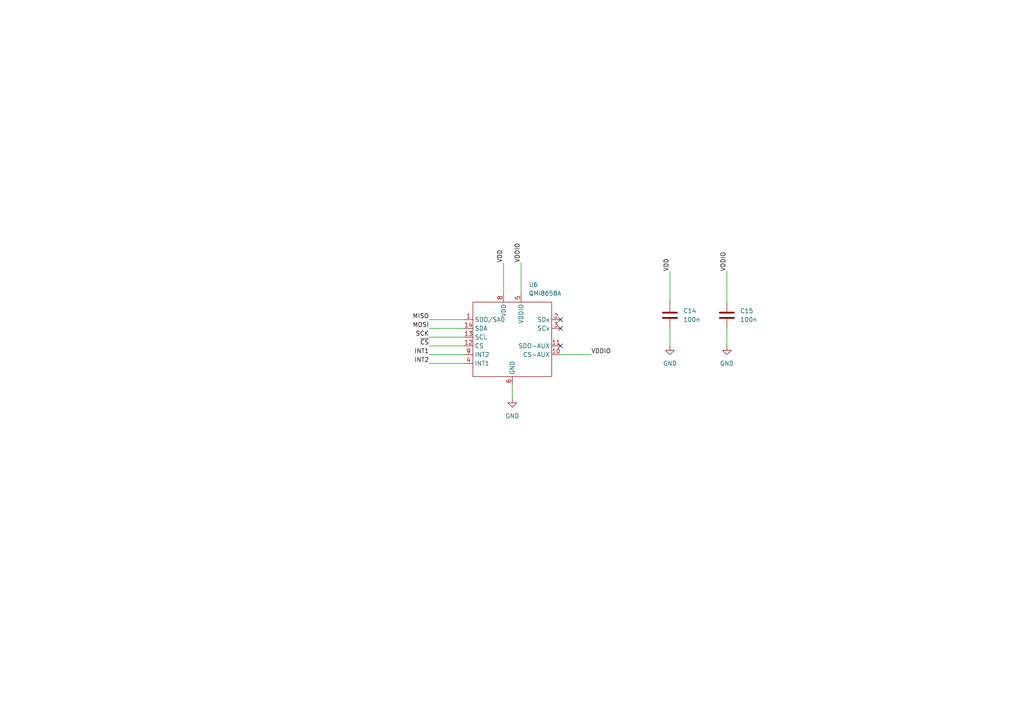
<source format=kicad_sch>
(kicad_sch (version 20230121) (generator eeschema)
  (paper "A4")
  (lib_symbols
    (symbol "Device:C" (pin_numbers hide) (pin_names (offset 0.254))
      (property "Reference" "C" (at 0.635 2.54 0))
      (property "Value" "C" (at 0.635 -2.54 0))
      (symbol "C_0_1"
        (polyline (pts (xy -2.032 -0.762) (xy 2.032 -0.762)) (stroke (width 0.508)))
        (polyline (pts (xy -2.032 0.762) (xy 2.032 0.762)) (stroke (width 0.508)))
      )
      (symbol "C_1_1"
        (pin passive line (at 0 3.81 270) (length 2.794) (name "~") (number "1"))
        (pin passive line (at 0 -3.81 90) (length 2.794) (name "~") (number "2"))
      )
    )
    (symbol "IotPi_Sensor_Motion:QMI8658A"
      (property "Reference" "U" (at 0 2.54 0))
      (property "Value" "QMI8658A" (at 0 0 0))
      (symbol "QMI8658A_0_1"
        (rectangle (start -11.43 10.16) (end 11.43 -11.43))
      )
      (symbol "QMI8658A_1_1"
        (pin output line (at -13.97 5.08 0) (length 2.54) (name "SDO/SA0") (number "1"))
        (pin output line (at 13.97 -5.08 180) (length 2.54) (name "CS-AUX") (number "10"))
        (pin output line (at 13.97 -2.54 180) (length 2.54) (name "SDO-AUX") (number "11"))
        (pin input line (at -13.97 -2.54 0) (length 2.54) (name "CS") (number "12"))
        (pin input line (at -13.97 0 0) (length 2.54) (name "SCL") (number "13"))
        (pin input line (at -13.97 2.54 0) (length 2.54) (name "SDA") (number "14"))
        (pin output line (at 13.97 5.08 180) (length 2.54) (name "SDx") (number "2"))
        (pin output line (at 13.97 2.54 180) (length 2.54) (name "SCx") (number "3"))
        (pin output line (at -13.97 -7.62 0) (length 2.54) (name "INT1") (number "4"))
        (pin power_in line (at 2.54 12.7 270) (length 2.54) (name "VDDIO") (number "5"))
        (pin power_in line (at 0 -13.97 90) (length 2.54) (name "GND") (number "6"))
        (pin power_in line (at 0 -13.97 90) (length 2.54) hide (name "GND") (number "7"))
        (pin power_in line (at -2.54 12.7 270) (length 2.54) (name "VDD") (number "8"))
        (pin output line (at -13.97 -5.08 0) (length 2.54) (name "INT2") (number "9"))
      )
    )
    (symbol "power:GND" (power) (pin_names (offset 0))
      (property "Value" "GND" (at 0 -3.81 0))
      (symbol "GND_0_1"
        (polyline (pts (xy 0 0) (xy 0 -1.27) (xy 1.27 -1.27) (xy 0 -2.54) (xy -1.27 -1.27) (xy 0 -1.27)))
      )
      (symbol "GND_1_1"
        (pin power_in line (at 0 0 270) (length 0) hide (name "GND") (number "1"))
      )
    )
  )
  (no_connect (at 162.56 100.33))
  (no_connect (at 162.56 95.25))
  (no_connect (at 162.56 92.71))
  (wire (pts (xy 146.05 76.2) (xy 146.05 85.09)))
  (wire (pts (xy 124.46 97.79) (xy 134.62 97.79)))
  (wire (pts (xy 148.59 111.76) (xy 148.59 115.57)))
  (wire (pts (xy 151.13 76.2) (xy 151.13 85.09)))
  (wire (pts (xy 210.82 95.25) (xy 210.82 100.33)))
  (wire (pts (xy 124.46 100.33) (xy 134.62 100.33)))
  (wire (pts (xy 124.46 105.41) (xy 134.62 105.41)))
  (wire (pts (xy 210.82 78.74) (xy 210.82 87.63)))
  (wire (pts (xy 194.31 95.25) (xy 194.31 100.33)))
  (wire (pts (xy 124.46 95.25) (xy 134.62 95.25)))
  (wire (pts (xy 124.46 92.71) (xy 134.62 92.71)))
  (wire (pts (xy 124.46 102.87) (xy 134.62 102.87)))
  (wire (pts (xy 171.45 102.87) (xy 162.56 102.87)))
  (wire (pts (xy 194.31 78.74) (xy 194.31 87.63)))
  (label "INT2" (at 124.46 105.41 180))
  (label "SCK" (at 124.46 97.79 180))
  (label "MISO" (at 124.46 92.71 180))
  (label "VDDIO" (at 151.13 76.2 90))
  (label "VDD" (at 146.05 76.2 90))
  (label "VDDIO" (at 210.82 78.74 90))
  (label "INT1" (at 124.46 102.87 180))
  (label "VDDIO" (at 171.45 102.87 0))
  (label "MOSI" (at 124.46 95.25 180))
  (label "VDD" (at 194.31 78.74 90))
  (label "~{CS}" (at 124.46 100.33 180))
  (symbol (lib_id "power:GND") (at 210.82 100.33 0) (unit 1)
    (property "Reference" "#PWR017" (effects hide))
    (property "Value" "GND" (at 210.82 105.41 0))
  )
  (symbol (lib_id "IotPi_Sensor_Motion:QMI8658A") (at 148.59 97.79 0) (unit 1)
    (property "Reference" "U6" (at 153.3241 82.55 0) (effects (justify left)))
    (property "Value" "QMI8658A" (at 153.3241 85.09 0) (effects (justify left)))
    (property "Footprint" "Package_LGA:LGA-14_3x2.5mm_P0.5mm_LayoutBorder3x4y" (effects hide))
    (property "Datasheet" "https://www.qstcorp.com/upload/pdf/202301/13-52-25%20QMI8658A%20Datasheet%20Rev%20A.pdf" (effects hide))
  )
  (symbol (lib_id "Device:C") (at 210.82 91.44 0) (unit 1)
    (property "Reference" "C15" (at 214.63 90.17 0) (effects (justify left)))
    (property "Value" "100n" (at 214.63 92.71 0) (effects (justify left)))
    (property "Footprint" "Capacitor_SMD:C_0402_1005Metric_Pad0.74x0.62mm_HandSolder" (effects hide))
    (property "Description" "容值: 100nF 精度: ±10% 额定电压: 16V 材质(温度系数): X7R 材质:X7R" (effects hide))
    (property "LCSC" "C1525" (effects hide))
    (property "Vendor" "SAMSUNG(三星)" (effects hide))
    (property "Vendor Model" "CL05B104KO5NNNC" (effects hide))
  )
  (symbol (lib_id "power:GND") (at 194.31 100.33 0) (unit 1)
    (property "Reference" "#PWR016" (effects hide))
    (property "Value" "GND" (at 194.31 105.41 0))
  )
  (symbol (lib_id "power:GND") (at 148.59 115.57 0) (unit 1)
    (property "Reference" "#PWR015" (effects hide))
    (property "Value" "GND" (at 148.59 120.65 0))
  )
  (symbol (lib_id "Device:C") (at 194.31 91.44 0) (unit 1)
    (property "Reference" "C14" (at 198.12 90.17 0) (effects (justify left)))
    (property "Value" "100n" (at 198.12 92.71 0) (effects (justify left)))
    (property "Footprint" "Capacitor_SMD:C_0402_1005Metric_Pad0.74x0.62mm_HandSolder" (effects hide))
    (property "Description" "容值: 100nF 精度: ±10% 额定电压: 16V 材质(温度系数): X7R 材质:X7R" (effects hide))
    (property "LCSC" "C1525" (effects hide))
    (property "Vendor" "SAMSUNG(三星)" (effects hide))
    (property "Vendor Model" "CL05B104KO5NNNC" (effects hide))
  )
)
</source>
